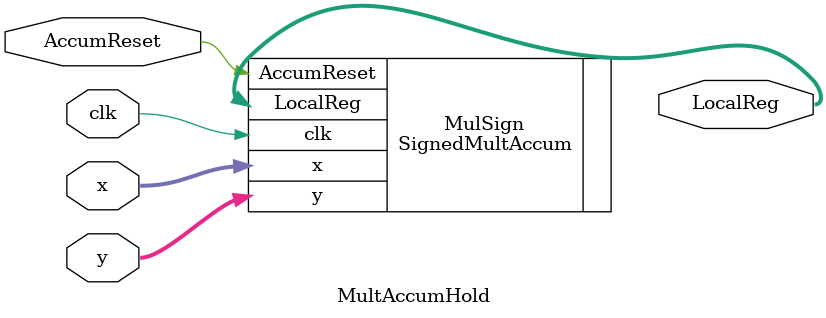
<source format=v>
`timescale 1ns / 1ps

module MultAccumHold(   input clk,
                        input AccumReset,
                        input [7:0] x,
                        input [7:0] y,
                        //output [31:0] Holder,
                        //output HoldMatch,
                        output [31:0] LocalReg
                        //output [31:0] AddIn
                        //output RegMatch
                        );
    
//    assign HoldMatch = (Holder1 == Holder2) ? 1 : 0;
//    assign RegMatch = (LocalReg1 == LocalReg2) ? 1 : 0;
    wire [31:0] AddIn;
    //wire [31:0] LocalReg;
    //MultAccum MulUnsign(.Clk(Clk),.AccumReset(AccumReset),.x(x),.y(y),.Holder(Holder2),.LocalReg(LocalReg2));
    
    SignedMultAccum MulSign(.clk(clk),.AccumReset(AccumReset),.x(x),.y(y),.LocalReg(LocalReg));
    
endmodule
</source>
